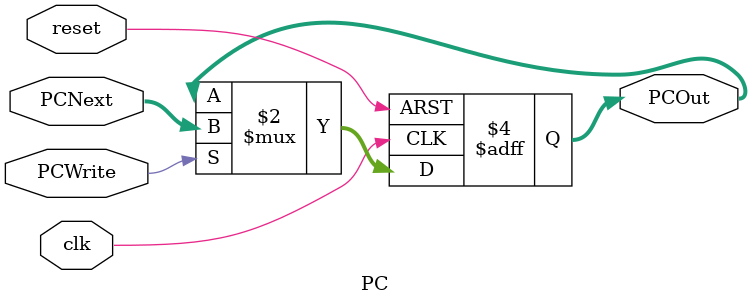
<source format=v>
module PC (
    input wire clk,
    input wire reset,
    input wire PCWrite,
    input wire [31:0] PCNext,
    output reg [31:0] PCOut
);

    always @(posedge clk or posedge reset) begin
        if (reset)
            PCOut <= 32'h00000000;
        else if (PCWrite)
            PCOut <= PCNext;
    end
endmodule

</source>
